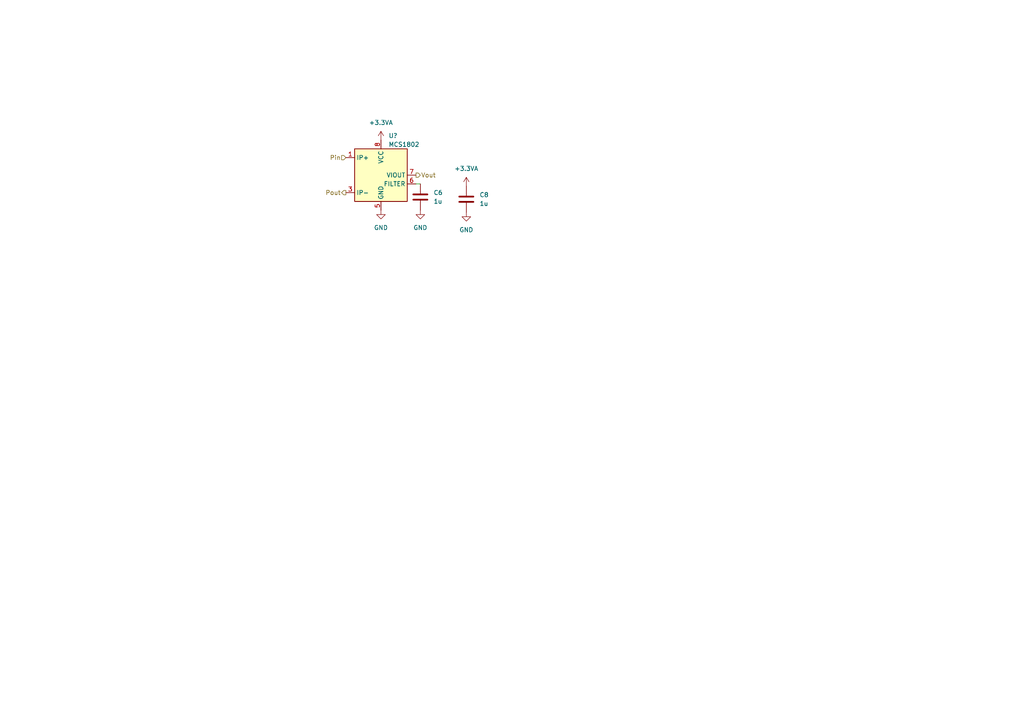
<source format=kicad_sch>
(kicad_sch (version 20230121) (generator eeschema)
  (paper "A4")
  (lib_symbols
    (symbol "Device:C" (pin_numbers hide) (pin_names (offset 0.254))
      (property "Reference" "C" (at 0.635 2.54 0))
      (property "Value" "C" (at 0.635 -2.54 0))
      (symbol "C_0_1"
        (polyline (pts (xy -2.032 -0.762) (xy 2.032 -0.762)) (stroke (width 0.508)))
        (polyline (pts (xy -2.032 0.762) (xy 2.032 0.762)) (stroke (width 0.508)))
      )
      (symbol "C_1_1"
        (pin passive line (at 0 3.81 270) (length 2.794) (name "~") (number "1"))
        (pin passive line (at 0 -3.81 90) (length 2.794) (name "~") (number "2"))
      )
    )
    (symbol "Sensor_Current:ACS725xLCTR-50AB"
      (property "Reference" "U" (at 2.54 11.43 0))
      (property "Value" "ACS725xLCTR-50AB" (at 2.54 8.89 0))
      (symbol "ACS725xLCTR-50AB_0_1"
        (rectangle (start -7.62 7.62) (end 7.62 -7.62) (stroke (width 0.254)) (fill (type background)))
      )
      (symbol "ACS725xLCTR-50AB_1_1"
        (pin passive line (at -10.16 5.08 0) (length 2.54) (name "IP+") (number "1"))
        (pin passive line (at -10.16 5.08 0) (length 2.54) hide (name "IP+") (number "2"))
        (pin passive line (at -10.16 -5.08 0) (length 2.54) (name "IP-") (number "3"))
        (pin passive line (at -10.16 -5.08 0) (length 2.54) hide (name "IP-") (number "4"))
        (pin power_in line (at 0 -10.16 90) (length 2.54) (name "GND") (number "5"))
        (pin passive line (at 10.16 -2.54 180) (length 2.54) (name "FILTER") (number "6"))
        (pin output line (at 10.16 0 180) (length 2.54) (name "VIOUT") (number "7"))
        (pin power_in line (at 0 10.16 270) (length 2.54) (name "VCC") (number "8"))
      )
    )
    (symbol "power:+3.3VA" (power) (pin_names (offset 0))
      (property "Value" "+3.3VA" (at 0 3.556 0))
      (symbol "+3.3VA_0_1"
        (polyline (pts (xy -0.762 1.27) (xy 0 2.54)))
        (polyline (pts (xy 0 0) (xy 0 2.54)))
        (polyline (pts (xy 0 2.54) (xy 0.762 1.27)))
      )
      (symbol "+3.3VA_1_1"
        (pin power_in line (at 0 0 90) (length 0) hide (name "+3.3VA") (number "1"))
      )
    )
    (symbol "power:GND" (power) (pin_names (offset 0))
      (property "Value" "GND" (at 0 -3.81 0))
      (symbol "GND_0_1"
        (polyline (pts (xy 0 0) (xy 0 -1.27) (xy 1.27 -1.27) (xy 0 -2.54) (xy -1.27 -1.27) (xy 0 -1.27)))
      )
      (symbol "GND_1_1"
        (pin power_in line (at 0 0 270) (length 0) hide (name "GND") (number "1"))
      )
    )
  )
  (wire (pts (xy 121.92 53.34) (xy 120.65 53.34)))
  (hierarchical_label "Pout" (shape output) (at 100.33 55.88 180))
  (hierarchical_label "Vout" (shape output) (at 120.65 50.8 0))
  (hierarchical_label "Pin" (shape input) (at 100.33 45.72 180))
  (symbol (lib_id "power:+3.3VA") (at 135.255 53.975 0) (unit 1)
    (property "Reference" "#PWR087" (effects hide))
    (property "Value" "+3.3VA" (at 135.255 48.895 0))
    (instances (project "speedomobile" (path "" (reference "#PWR087") (unit 1)) (path "" (reference "#PWR082") (unit 1)) (path "" (reference "#PWR084") (unit 1)) (path "" (reference "#PWR0127") (unit 1))))
  )
  (symbol (lib_id "power:+3.3VA") (at 110.49 40.64 0) (unit 1)
    (property "Reference" "#PWR089" (effects hide))
    (property "Value" "+3.3VA" (at 110.49 35.56 0))
    (instances (project "speedomobile" (path "" (reference "#PWR089") (unit 1)) (path "" (reference "#PWR08") (unit 1)) (path "" (reference "#PWR077") (unit 1)) (path "" (reference "#PWR088") (unit 1))))
  )
  (symbol (lib_id "Device:C") (at 135.255 57.785 0) (unit 1)
    (property "Reference" "C8" (at 139.065 56.515 0) (effects (justify left)))
    (property "Value" "1u" (at 139.065 59.055 0) (effects (justify left)))
    (property "Footprint" "Capacitor_SMD:C_1206_3216Metric" (effects hide))
    (property "mouser" " 187-CL31B105KBHNFNE " (effects hide))
    (instances (project "speedomobile" (path "" (reference "C8") (unit 1)) (path "" (reference "C8") (unit 1)) (path "" (reference "C9") (unit 1)) (path "" (reference "C24") (unit 1))))
  )
  (symbol (lib_id "Sensor_Current:ACS725xLCTR-50AB") (at 110.49 50.8 0) (unit 1)
    (property "Reference" "U?" (at 112.6841 39.37 0) (effects (justify left)))
    (property "Value" "MCS1802" (at 112.6841 41.91 0) (effects (justify left)))
    (property "Footprint" "Package_SO:SOIC-8_3.9x4.9mm_P1.27mm" (effects hide))
    (property "Datasheet" "https://www.mouser.fr/datasheet/2/277/MCS1802-2945401.pdf" (effects hide))
    (property "mouser" " 946-MCS1802GS-20-Z " (effects hide))
    (instances (project "speedomobile" (path "" (reference "U?") (unit 1)) (path "" (reference "U6") (unit 1)) (path "" (reference "U6") (unit 1)) (path "" (reference "U7") (unit 1)) (path "" (reference "U14") (unit 1))))
  )
  (symbol (lib_id "power:GND") (at 110.49 60.96 0) (unit 1)
    (property "Reference" "#PWR082" (effects hide))
    (property "Value" "GND" (at 110.49 66.04 0))
    (instances (project "speedomobile" (path "" (reference "#PWR082") (unit 1)) (path "" (reference "#PWR09") (unit 1)) (path "" (reference "#PWR081") (unit 1)) (path "" (reference "#PWR089") (unit 1))))
  )
  (symbol (lib_id "Device:C") (at 121.92 57.15 0) (unit 1)
    (property "Reference" "C6" (at 125.73 55.88 0) (effects (justify left)))
    (property "Value" "1u" (at 125.73 58.42 0) (effects (justify left)))
    (property "Footprint" "Capacitor_SMD:C_1206_3216Metric" (effects hide))
    (property "mouser" " 187-CL31B105KBHNFNE " (effects hide))
    (instances (project "speedomobile" (path "" (reference "C6") (unit 1)) (path "" (reference "C6") (unit 1)) (path "" (reference "C7") (unit 1)) (path "" (reference "C17") (unit 1))))
  )
  (symbol (lib_id "power:GND") (at 121.92 60.96 0) (unit 1)
    (property "Reference" "#PWR085" (effects hide))
    (property "Value" "GND" (at 121.92 66.04 0))
    (instances (project "speedomobile" (path "" (reference "#PWR085") (unit 1)) (path "" (reference "#PWR076") (unit 1)) (path "" (reference "#PWR083") (unit 1)) (path "" (reference "#PWR090") (unit 1))))
  )
  (symbol (lib_id "power:GND") (at 135.255 61.595 0) (unit 1)
    (property "Reference" "#PWR088" (effects hide))
    (property "Value" "GND" (at 135.255 66.675 0))
    (instances (project "speedomobile" (path "" (reference "#PWR088") (unit 1)) (path "" (reference "#PWR085") (unit 1)) (path "" (reference "#PWR086") (unit 1)) (path "" (reference "#PWR0143") (unit 1))))
  )
)
</source>
